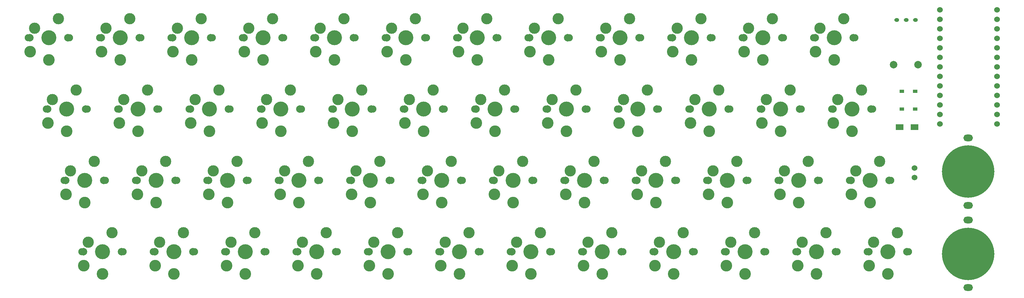
<source format=gbr>
%TF.GenerationSoftware,KiCad,Pcbnew,7.0.1*%
%TF.CreationDate,2023-04-02T20:01:42+09:00*%
%TF.ProjectId,first48,66697273-7434-4382-9e6b-696361645f70,rev?*%
%TF.SameCoordinates,Original*%
%TF.FileFunction,Soldermask,Top*%
%TF.FilePolarity,Negative*%
%FSLAX46Y46*%
G04 Gerber Fmt 4.6, Leading zero omitted, Abs format (unit mm)*
G04 Created by KiCad (PCBNEW 7.0.1) date 2023-04-02 20:01:42*
%MOMM*%
%LPD*%
G01*
G04 APERTURE LIST*
%ADD10C,1.900000*%
%ADD11C,2.000000*%
%ADD12C,3.100000*%
%ADD13C,3.000000*%
%ADD14C,4.000000*%
%ADD15C,1.524000*%
%ADD16O,1.300000X1.000000*%
%ADD17R,2.000000X1.600000*%
%ADD18O,2.550000X1.800000*%
%ADD19C,14.000000*%
%ADD20R,1.300000X0.950000*%
G04 APERTURE END LIST*
D10*
%TO.C,SW5*%
X96893750Y-59531200D03*
D11*
X97313750Y-59531200D03*
D12*
X97393750Y-63231200D03*
D13*
X98583750Y-56991200D03*
D14*
X102393750Y-59531200D03*
D12*
X102393750Y-65431200D03*
D13*
X104933750Y-54451200D03*
D11*
X107473750Y-59531200D03*
D10*
X107893750Y-59531200D03*
%TD*%
%TO.C,SW3*%
X58793750Y-59531200D03*
D11*
X59213750Y-59531200D03*
D12*
X59293750Y-63231200D03*
D13*
X60483750Y-56991200D03*
D14*
X64293750Y-59531200D03*
D12*
X64293750Y-65431200D03*
D13*
X66833750Y-54451200D03*
D11*
X69373750Y-59531200D03*
D10*
X69793750Y-59531200D03*
%TD*%
%TO.C,SW25*%
X30218750Y-97631200D03*
D11*
X30638750Y-97631200D03*
D12*
X30718750Y-101331200D03*
D13*
X31908750Y-95091200D03*
D14*
X35718750Y-97631200D03*
D12*
X35718750Y-103531200D03*
D13*
X38258750Y-92551200D03*
D11*
X40798750Y-97631200D03*
D10*
X41218750Y-97631200D03*
%TD*%
%TO.C,SW27*%
X68318750Y-97631200D03*
D11*
X68738750Y-97631200D03*
D12*
X68818750Y-101331200D03*
D13*
X70008750Y-95091200D03*
D14*
X73818750Y-97631200D03*
D12*
X73818750Y-103531200D03*
D13*
X76358750Y-92551200D03*
D11*
X78898750Y-97631200D03*
D10*
X79318750Y-97631200D03*
%TD*%
%TO.C,SW38*%
X65031250Y-116681200D03*
D11*
X64611250Y-116681200D03*
D13*
X62071250Y-111601200D03*
D12*
X59531250Y-122581200D03*
D14*
X59531250Y-116681200D03*
D13*
X55721250Y-114141200D03*
D12*
X54531250Y-120381200D03*
D11*
X54451250Y-116681200D03*
D10*
X54031250Y-116681200D03*
%TD*%
D15*
%TO.C,U1*%
X263898950Y-54578200D03*
X263898950Y-57118200D03*
X263898950Y-59658200D03*
X263898950Y-62198200D03*
X263898950Y-64738200D03*
X263898950Y-67278200D03*
X263898950Y-69818200D03*
X263898950Y-72358200D03*
X263898950Y-74898200D03*
X263898950Y-77438200D03*
X263898950Y-79978200D03*
X263898950Y-82518200D03*
X279118950Y-82518200D03*
X279118950Y-79978200D03*
X279118950Y-77438200D03*
X279118950Y-74898200D03*
X279118950Y-72358200D03*
X279118950Y-69818200D03*
X279118950Y-67278200D03*
X279118950Y-64738200D03*
X279118950Y-62198200D03*
X279118950Y-59658200D03*
X279118950Y-57118200D03*
X279118950Y-54578200D03*
X279118950Y-52038200D03*
X263898950Y-52038200D03*
%TD*%
D10*
%TO.C,SW19*%
X150756250Y-78581200D03*
D11*
X150336250Y-78581200D03*
D13*
X147796250Y-73501200D03*
D12*
X145256250Y-84481200D03*
D14*
X145256250Y-78581200D03*
D13*
X141446250Y-76041200D03*
D12*
X140256250Y-82281200D03*
D11*
X140176250Y-78581200D03*
D10*
X139756250Y-78581200D03*
%TD*%
%TO.C,SW11*%
X211193750Y-59531200D03*
D11*
X211613750Y-59531200D03*
D12*
X211693750Y-63231200D03*
D13*
X212883750Y-56991200D03*
D14*
X216693750Y-59531200D03*
D12*
X216693750Y-65431200D03*
D13*
X219233750Y-54451200D03*
D11*
X221773750Y-59531200D03*
D10*
X222193750Y-59531200D03*
%TD*%
%TO.C,SW21*%
X188856250Y-78581200D03*
D11*
X188436250Y-78581200D03*
D13*
X185896250Y-73501200D03*
D12*
X183356250Y-84481200D03*
D14*
X183356250Y-78581200D03*
D13*
X179546250Y-76041200D03*
D12*
X178356250Y-82281200D03*
D11*
X178276250Y-78581200D03*
D10*
X177856250Y-78581200D03*
%TD*%
%TO.C,SW7*%
X134993750Y-59531200D03*
D11*
X135413750Y-59531200D03*
D12*
X135493750Y-63231200D03*
D13*
X136683750Y-56991200D03*
D14*
X140493750Y-59531200D03*
D12*
X140493750Y-65431200D03*
D13*
X143033750Y-54451200D03*
D11*
X145573750Y-59531200D03*
D10*
X145993750Y-59531200D03*
%TD*%
D15*
%TO.C,J2*%
X257175050Y-96794000D03*
X257175050Y-94254000D03*
%TD*%
D10*
%TO.C,SW10*%
X192143750Y-59531200D03*
D11*
X192563750Y-59531200D03*
D12*
X192643750Y-63231200D03*
D13*
X193833750Y-56991200D03*
D14*
X197643750Y-59531200D03*
D12*
X197643750Y-65431200D03*
D13*
X200183750Y-54451200D03*
D11*
X202723750Y-59531200D03*
D10*
X203143750Y-59531200D03*
%TD*%
%TO.C,SW4*%
X77843750Y-59531200D03*
D11*
X78263750Y-59531200D03*
D12*
X78343750Y-63231200D03*
D13*
X79533750Y-56991200D03*
D14*
X83343750Y-59531200D03*
D12*
X83343750Y-65431200D03*
D13*
X85883750Y-54451200D03*
D11*
X88423750Y-59531200D03*
D10*
X88843750Y-59531200D03*
%TD*%
%TO.C,SW20*%
X169806250Y-78581200D03*
D11*
X169386250Y-78581200D03*
D13*
X166846250Y-73501200D03*
D12*
X164306250Y-84481200D03*
D14*
X164306250Y-78581200D03*
D13*
X160496250Y-76041200D03*
D12*
X159306250Y-82281200D03*
D11*
X159226250Y-78581200D03*
D10*
X158806250Y-78581200D03*
%TD*%
%TO.C,SW6*%
X115943750Y-59531200D03*
D11*
X116363750Y-59531200D03*
D12*
X116443750Y-63231200D03*
D13*
X117633750Y-56991200D03*
D14*
X121443750Y-59531200D03*
D12*
X121443750Y-65431200D03*
D13*
X123983750Y-54451200D03*
D11*
X126523750Y-59531200D03*
D10*
X126943750Y-59531200D03*
%TD*%
D16*
%TO.C,SW50*%
X252412550Y-54768700D03*
X254912550Y-54768700D03*
X257412550Y-54768700D03*
%TD*%
D10*
%TO.C,SW16*%
X93606250Y-78581200D03*
D11*
X93186250Y-78581200D03*
D13*
X90646250Y-73501200D03*
D12*
X88106250Y-84481200D03*
D14*
X88106250Y-78581200D03*
D13*
X84296250Y-76041200D03*
D12*
X83106250Y-82281200D03*
D11*
X83026250Y-78581200D03*
D10*
X82606250Y-78581200D03*
%TD*%
D17*
%TO.C,C1*%
X257175050Y-83343700D03*
X253175050Y-83343700D03*
%TD*%
D10*
%TO.C,SW14*%
X44506250Y-78581200D03*
D11*
X44926250Y-78581200D03*
D12*
X45006250Y-82281200D03*
D13*
X46196250Y-76041200D03*
D14*
X50006250Y-78581200D03*
D12*
X50006250Y-84481200D03*
D13*
X52546250Y-73501200D03*
D11*
X55086250Y-78581200D03*
D10*
X55506250Y-78581200D03*
%TD*%
%TO.C,SW17*%
X112656250Y-78581200D03*
D11*
X112236250Y-78581200D03*
D13*
X109696250Y-73501200D03*
D12*
X107156250Y-84481200D03*
D14*
X107156250Y-78581200D03*
D13*
X103346250Y-76041200D03*
D12*
X102156250Y-82281200D03*
D11*
X102076250Y-78581200D03*
D10*
X101656250Y-78581200D03*
%TD*%
%TO.C,SW9*%
X173093750Y-59531200D03*
D11*
X173513750Y-59531200D03*
D12*
X173593750Y-63231200D03*
D13*
X174783750Y-56991200D03*
D14*
X178593750Y-59531200D03*
D12*
X178593750Y-65431200D03*
D13*
X181133750Y-54451200D03*
D11*
X183673750Y-59531200D03*
D10*
X184093750Y-59531200D03*
%TD*%
D11*
%TO.C,SW49*%
X258043750Y-66675000D03*
X251543750Y-66675000D03*
%TD*%
D10*
%TO.C,SW23*%
X226956250Y-78581200D03*
D11*
X226536250Y-78581200D03*
D13*
X223996250Y-73501200D03*
D12*
X221456250Y-84481200D03*
D14*
X221456250Y-78581200D03*
D13*
X217646250Y-76041200D03*
D12*
X216456250Y-82281200D03*
D11*
X216376250Y-78581200D03*
D10*
X215956250Y-78581200D03*
%TD*%
D18*
%TO.C,BT1*%
X271462550Y-108206300D03*
X271462550Y-126206300D03*
D19*
X271462550Y-117206300D03*
%TD*%
D10*
%TO.C,SW15*%
X63556250Y-78581200D03*
D11*
X63976250Y-78581200D03*
D12*
X64056250Y-82281200D03*
D13*
X65246250Y-76041200D03*
D14*
X69056250Y-78581200D03*
D12*
X69056250Y-84481200D03*
D13*
X71596250Y-73501200D03*
D11*
X74136250Y-78581200D03*
D10*
X74556250Y-78581200D03*
%TD*%
%TO.C,SW8*%
X154043750Y-59531200D03*
D11*
X154463750Y-59531200D03*
D12*
X154543750Y-63231200D03*
D13*
X155733750Y-56991200D03*
D14*
X159543750Y-59531200D03*
D12*
X159543750Y-65431200D03*
D13*
X162083750Y-54451200D03*
D11*
X164623750Y-59531200D03*
D10*
X165043750Y-59531200D03*
%TD*%
%TO.C,SW18*%
X131706250Y-78581200D03*
D11*
X131286250Y-78581200D03*
D13*
X128746250Y-73501200D03*
D12*
X126206250Y-84481200D03*
D14*
X126206250Y-78581200D03*
D13*
X122396250Y-76041200D03*
D12*
X121206250Y-82281200D03*
D11*
X121126250Y-78581200D03*
D10*
X120706250Y-78581200D03*
%TD*%
%TO.C,SW22*%
X207906250Y-78581200D03*
D11*
X207486250Y-78581200D03*
D13*
X204946250Y-73501200D03*
D12*
X202406250Y-84481200D03*
D14*
X202406250Y-78581200D03*
D13*
X198596250Y-76041200D03*
D12*
X197406250Y-82281200D03*
D11*
X197326250Y-78581200D03*
D10*
X196906250Y-78581200D03*
%TD*%
%TO.C,SW2*%
X39743750Y-59531200D03*
D11*
X40163750Y-59531200D03*
D12*
X40243750Y-63231200D03*
D13*
X41433750Y-56991200D03*
D14*
X45243750Y-59531200D03*
D12*
X45243750Y-65431200D03*
D13*
X47783750Y-54451200D03*
D11*
X50323750Y-59531200D03*
D10*
X50743750Y-59531200D03*
%TD*%
%TO.C,SW33*%
X182618750Y-97631200D03*
D11*
X183038750Y-97631200D03*
D12*
X183118750Y-101331200D03*
D13*
X184308750Y-95091200D03*
D14*
X188118750Y-97631200D03*
D12*
X188118750Y-103531200D03*
D13*
X190658750Y-92551200D03*
D11*
X193198750Y-97631200D03*
D10*
X193618750Y-97631200D03*
%TD*%
D20*
%TO.C,D50*%
X257331250Y-73818700D03*
X253781250Y-73818700D03*
%TD*%
D10*
%TO.C,SW31*%
X144518750Y-97631200D03*
D11*
X144938750Y-97631200D03*
D12*
X145018750Y-101331200D03*
D13*
X146208750Y-95091200D03*
D14*
X150018750Y-97631200D03*
D12*
X150018750Y-103531200D03*
D13*
X152558750Y-92551200D03*
D11*
X155098750Y-97631200D03*
D10*
X155518750Y-97631200D03*
%TD*%
%TO.C,SW37*%
X45981250Y-116681200D03*
D11*
X45561250Y-116681200D03*
D13*
X43021250Y-111601200D03*
D12*
X40481250Y-122581200D03*
D14*
X40481250Y-116681200D03*
D13*
X36671250Y-114141200D03*
D12*
X35481250Y-120381200D03*
D11*
X35401250Y-116681200D03*
D10*
X34981250Y-116681200D03*
%TD*%
%TO.C,SW42*%
X141231250Y-116681200D03*
D11*
X140811250Y-116681200D03*
D13*
X138271250Y-111601200D03*
D12*
X135731250Y-122581200D03*
D14*
X135731250Y-116681200D03*
D13*
X131921250Y-114141200D03*
D12*
X130731250Y-120381200D03*
D11*
X130651250Y-116681200D03*
D10*
X130231250Y-116681200D03*
%TD*%
D19*
%TO.C,BT2*%
X271462550Y-95250000D03*
D18*
X271462550Y-104250000D03*
X271462550Y-86250000D03*
%TD*%
D10*
%TO.C,SW40*%
X103131250Y-116681200D03*
D11*
X102711250Y-116681200D03*
D13*
X100171250Y-111601200D03*
D12*
X97631250Y-122581200D03*
D14*
X97631250Y-116681200D03*
D13*
X93821250Y-114141200D03*
D12*
X92631250Y-120381200D03*
D11*
X92551250Y-116681200D03*
D10*
X92131250Y-116681200D03*
%TD*%
%TO.C,SW29*%
X106418750Y-97631200D03*
D11*
X106838750Y-97631200D03*
D12*
X106918750Y-101331200D03*
D13*
X108108750Y-95091200D03*
D14*
X111918750Y-97631200D03*
D12*
X111918750Y-103531200D03*
D13*
X114458750Y-92551200D03*
D11*
X116998750Y-97631200D03*
D10*
X117418750Y-97631200D03*
%TD*%
%TO.C,SW48*%
X255531250Y-116681200D03*
D11*
X255111250Y-116681200D03*
D13*
X252571250Y-111601200D03*
D12*
X250031250Y-122581200D03*
D14*
X250031250Y-116681200D03*
D13*
X246221250Y-114141200D03*
D12*
X245031250Y-120381200D03*
D11*
X244951250Y-116681200D03*
D10*
X244531250Y-116681200D03*
%TD*%
%TO.C,SW46*%
X217431250Y-116681200D03*
D11*
X217011250Y-116681200D03*
D13*
X214471250Y-111601200D03*
D12*
X211931250Y-122581200D03*
D14*
X211931250Y-116681200D03*
D13*
X208121250Y-114141200D03*
D12*
X206931250Y-120381200D03*
D11*
X206851250Y-116681200D03*
D10*
X206431250Y-116681200D03*
%TD*%
%TO.C,SW34*%
X201668750Y-97631200D03*
D11*
X202088750Y-97631200D03*
D12*
X202168750Y-101331200D03*
D13*
X203358750Y-95091200D03*
D14*
X207168750Y-97631200D03*
D12*
X207168750Y-103531200D03*
D13*
X209708750Y-92551200D03*
D11*
X212248750Y-97631200D03*
D10*
X212668750Y-97631200D03*
%TD*%
%TO.C,SW24*%
X246006250Y-78581200D03*
D11*
X245586250Y-78581200D03*
D13*
X243046250Y-73501200D03*
D12*
X240506250Y-84481200D03*
D14*
X240506250Y-78581200D03*
D13*
X236696250Y-76041200D03*
D12*
X235506250Y-82281200D03*
D11*
X235426250Y-78581200D03*
D10*
X235006250Y-78581200D03*
%TD*%
%TO.C,SW39*%
X84081250Y-116681200D03*
D11*
X83661250Y-116681200D03*
D13*
X81121250Y-111601200D03*
D12*
X78581250Y-122581200D03*
D14*
X78581250Y-116681200D03*
D13*
X74771250Y-114141200D03*
D12*
X73581250Y-120381200D03*
D11*
X73501250Y-116681200D03*
D10*
X73081250Y-116681200D03*
%TD*%
%TO.C,SW28*%
X87368750Y-97631200D03*
D11*
X87788750Y-97631200D03*
D12*
X87868750Y-101331200D03*
D13*
X89058750Y-95091200D03*
D14*
X92868750Y-97631200D03*
D12*
X92868750Y-103531200D03*
D13*
X95408750Y-92551200D03*
D11*
X97948750Y-97631200D03*
D10*
X98368750Y-97631200D03*
%TD*%
%TO.C,SW13*%
X25456250Y-78581200D03*
D11*
X25876250Y-78581200D03*
D12*
X25956250Y-82281200D03*
D13*
X27146250Y-76041200D03*
D14*
X30956250Y-78581200D03*
D12*
X30956250Y-84481200D03*
D13*
X33496250Y-73501200D03*
D11*
X36036250Y-78581200D03*
D10*
X36456250Y-78581200D03*
%TD*%
%TO.C,SW36*%
X239768750Y-97631200D03*
D11*
X240188750Y-97631200D03*
D12*
X240268750Y-101331200D03*
D13*
X241458750Y-95091200D03*
D14*
X245268750Y-97631200D03*
D12*
X245268750Y-103531200D03*
D13*
X247808750Y-92551200D03*
D11*
X250348750Y-97631200D03*
D10*
X250768750Y-97631200D03*
%TD*%
%TO.C,SW43*%
X160281250Y-116681200D03*
D11*
X159861250Y-116681200D03*
D13*
X157321250Y-111601200D03*
D12*
X154781250Y-122581200D03*
D14*
X154781250Y-116681200D03*
D13*
X150971250Y-114141200D03*
D12*
X149781250Y-120381200D03*
D11*
X149701250Y-116681200D03*
D10*
X149281250Y-116681200D03*
%TD*%
%TO.C,SW26*%
X49268750Y-97631200D03*
D11*
X49688750Y-97631200D03*
D12*
X49768750Y-101331200D03*
D13*
X50958750Y-95091200D03*
D14*
X54768750Y-97631200D03*
D12*
X54768750Y-103531200D03*
D13*
X57308750Y-92551200D03*
D11*
X59848750Y-97631200D03*
D10*
X60268750Y-97631200D03*
%TD*%
%TO.C,SW41*%
X122181250Y-116681200D03*
D11*
X121761250Y-116681200D03*
D13*
X119221250Y-111601200D03*
D12*
X116681250Y-122581200D03*
D14*
X116681250Y-116681200D03*
D13*
X112871250Y-114141200D03*
D12*
X111681250Y-120381200D03*
D11*
X111601250Y-116681200D03*
D10*
X111181250Y-116681200D03*
%TD*%
%TO.C,SW30*%
X125468750Y-97631200D03*
D11*
X125888750Y-97631200D03*
D12*
X125968750Y-101331200D03*
D13*
X127158750Y-95091200D03*
D14*
X130968750Y-97631200D03*
D12*
X130968750Y-103531200D03*
D13*
X133508750Y-92551200D03*
D11*
X136048750Y-97631200D03*
D10*
X136468750Y-97631200D03*
%TD*%
%TO.C,SW35*%
X220718750Y-97631200D03*
D11*
X221138750Y-97631200D03*
D12*
X221218750Y-101331200D03*
D13*
X222408750Y-95091200D03*
D14*
X226218750Y-97631200D03*
D12*
X226218750Y-103531200D03*
D13*
X228758750Y-92551200D03*
D11*
X231298750Y-97631200D03*
D10*
X231718750Y-97631200D03*
%TD*%
%TO.C,SW47*%
X236481250Y-116681200D03*
D11*
X236061250Y-116681200D03*
D13*
X233521250Y-111601200D03*
D12*
X230981250Y-122581200D03*
D14*
X230981250Y-116681200D03*
D13*
X227171250Y-114141200D03*
D12*
X225981250Y-120381200D03*
D11*
X225901250Y-116681200D03*
D10*
X225481250Y-116681200D03*
%TD*%
%TO.C,SW12*%
X230243750Y-59531200D03*
D11*
X230663750Y-59531200D03*
D12*
X230743750Y-63231200D03*
D13*
X231933750Y-56991200D03*
D14*
X235743750Y-59531200D03*
D12*
X235743750Y-65431200D03*
D13*
X238283750Y-54451200D03*
D11*
X240823750Y-59531200D03*
D10*
X241243750Y-59531200D03*
%TD*%
%TO.C,SW45*%
X198381250Y-116681200D03*
D11*
X197961250Y-116681200D03*
D13*
X195421250Y-111601200D03*
D12*
X192881250Y-122581200D03*
D14*
X192881250Y-116681200D03*
D13*
X189071250Y-114141200D03*
D12*
X187881250Y-120381200D03*
D11*
X187801250Y-116681200D03*
D10*
X187381250Y-116681200D03*
%TD*%
%TO.C,SW1*%
X20693750Y-59531200D03*
D11*
X21113750Y-59531200D03*
D12*
X21193750Y-63231200D03*
D13*
X22383750Y-56991200D03*
D14*
X26193750Y-59531200D03*
D12*
X26193750Y-65431200D03*
D13*
X28733750Y-54451200D03*
D11*
X31273750Y-59531200D03*
D10*
X31693750Y-59531200D03*
%TD*%
%TO.C,SW32*%
X163568750Y-97631200D03*
D11*
X163988750Y-97631200D03*
D12*
X164068750Y-101331200D03*
D13*
X165258750Y-95091200D03*
D14*
X169068750Y-97631200D03*
D12*
X169068750Y-103531200D03*
D13*
X171608750Y-92551200D03*
D11*
X174148750Y-97631200D03*
D10*
X174568750Y-97631200D03*
%TD*%
%TO.C,SW44*%
X179331250Y-116681200D03*
D11*
X178911250Y-116681200D03*
D13*
X176371250Y-111601200D03*
D12*
X173831250Y-122581200D03*
D14*
X173831250Y-116681200D03*
D13*
X170021250Y-114141200D03*
D12*
X168831250Y-120381200D03*
D11*
X168751250Y-116681200D03*
D10*
X168331250Y-116681200D03*
%TD*%
D20*
%TO.C,D49*%
X257331250Y-78581200D03*
X253781250Y-78581200D03*
%TD*%
M02*

</source>
